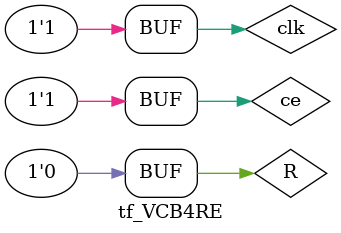
<source format=v>
`timescale 1ns / 1ps


module tf_VCB4RE;

	// Inputs
	reg clk;
	reg ce;
	reg R;

	// Outputs
	wire CEO;
	wire TC;
	wire [3:0] Q;

	// Instantiate the Unit Under Test (UUT)
	VCB4RE uut (
		.clk(clk), 
		.ce(ce), 
		.R(R), 
		.CEO(CEO), 
		.TC(TC), 
		.Q(Q)
	);

//Ãåíðàòîð ïåðèîäè÷åêêîãî ñèãíàëà ñèíõðîíèçàöèè clk
parameter Tclk=20; //Ïåðèîä ñèãíàëà ñèíõðîíèçàöèè 20 íñ
always begin clk=0; #(Tclk/2); clk=1; #(Tclk/2); end
// Ãåíåðàòîð ïåðèîäè÷åñêîãî ñèãíàëà ce
parameter Tce=80; //Ïåðèîä ñèãíàëà ce 80 íñ
always begin ce=0; #(3*Tce/4); ce=1; #(1*Tce/4); end
	initial begin
		// Initialize Inputs
		R = 0; //Èñõîäíîå ñîñòîÿíèå âõîäîâ
		#92; R = 1; //×åðåç 92 íñ 1
		#5; R = 0; // ×åðåç 5 íñ 0
		#111; R = 1; //×åðåç 111 íñ 1
		#70; R = 0; // ×åðåç 70 íñ 0
	end
endmodule


</source>
